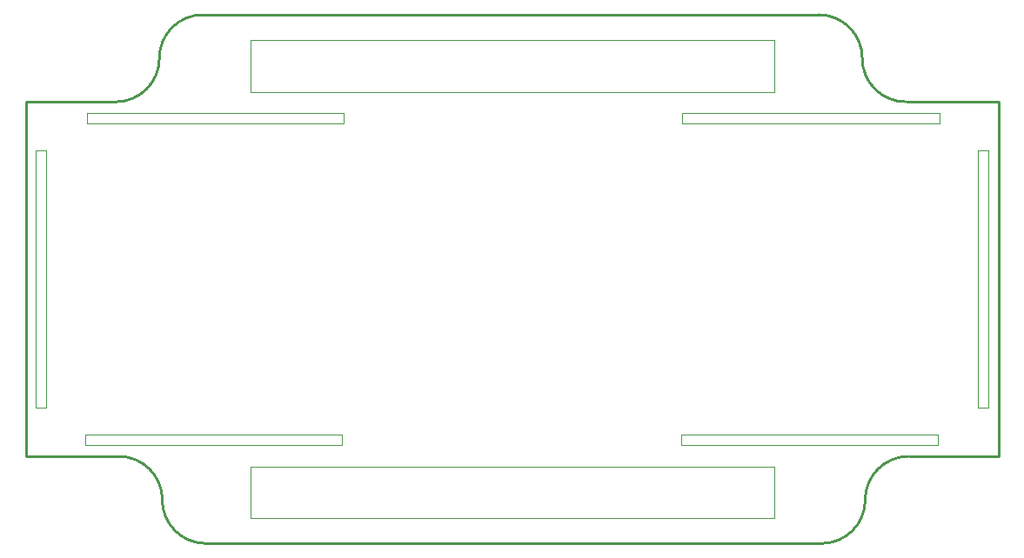
<source format=gko>
G04 Layer: BoardOutlineLayer*
G04 EasyEDA Pro v1.7.27, 2022-08-27 15:43:21*
G04 Gerber Generator version 0.3*
G04 Scale: 100 percent, Rotated: No, Reflected: No*
G04 Dimensions in millimeters*
G04 Leading zeros omitted, absolute positions, 3 integers and 3 decimals*
%FSLAX33Y33*%
%MOMM*%
%ADD10C,0.254*%
%ADD11C,0.0254*%
G75*


G04 PolygonModel Start*
G54D10*
G01X81415Y47267D02*
G03X77173Y51509I-4242J-0D01*
G01X94700Y8509D02*
G01X94700Y43009D01*
G01X85937Y8512D02*
G01X94700Y8509D01*
G01X13295Y4251D02*
G03X9053Y8493I-4242J0D01*
G01X0Y43009D02*
G01X0Y8509D01*
G01X9000Y8509D02*
G01X0Y8509D01*
G01X85725Y43006D02*
G01X94700Y43009D01*
G01X8763Y43006D02*
G01X0Y43009D01*
G01X85936Y8493D02*
G03X81694Y4251I0J-4242D01*
G01X77458Y9D02*
G03X81700Y4251I0J4242D01*
G01X13285Y4251D02*
G03X17527Y9I4242J0D01*
G01X17527Y9D02*
G01X77500Y9D01*
G01X81405Y47267D02*
G03X85647Y43025I4242J-0D01*
G01X8764Y43025D02*
G03X13006Y47267I-0J4242D01*
G01X17242Y51509D02*
G03X13000Y47267I-0J-4242D01*
G01X17242Y51509D02*
G01X77173Y51509D01*
G04 PolygonModel End*

G04 Rect Start*
G54D11*
G01X88775Y9623D02*
G01X88775Y10623D01*
G01X63775D01*
G01Y9623D01*
G01X88775D01*
G01X30785Y9623D02*
G01X30785Y10623D01*
G01X5785D01*
G01Y9623D01*
G01X30785D01*
G01X63915Y41895D02*
G01X63915Y40895D01*
G01X88915D01*
G01Y41895D01*
G01X63915D01*
G01X92700Y38259D02*
G01X92700Y13259D01*
G01X93700D01*
G01Y38259D01*
G01X92700D01*
G01X5925Y41895D02*
G01X5925Y40895D01*
G01X30925D01*
G01Y41895D01*
G01X5925D01*
G01X2000Y13259D02*
G01X2000Y38259D01*
G01X1000D01*
G01Y13259D01*
G01X2000D01*
G01X21850Y7509D02*
G01X21850Y2509D01*
G01X72850D01*
G01Y7509D01*
G01X21850D01*
G01X72850Y44009D02*
G01X72850Y49009D01*
G01X21850D01*
G01Y44009D01*
G01X72850D01*
G04 Rect End*

M02*

</source>
